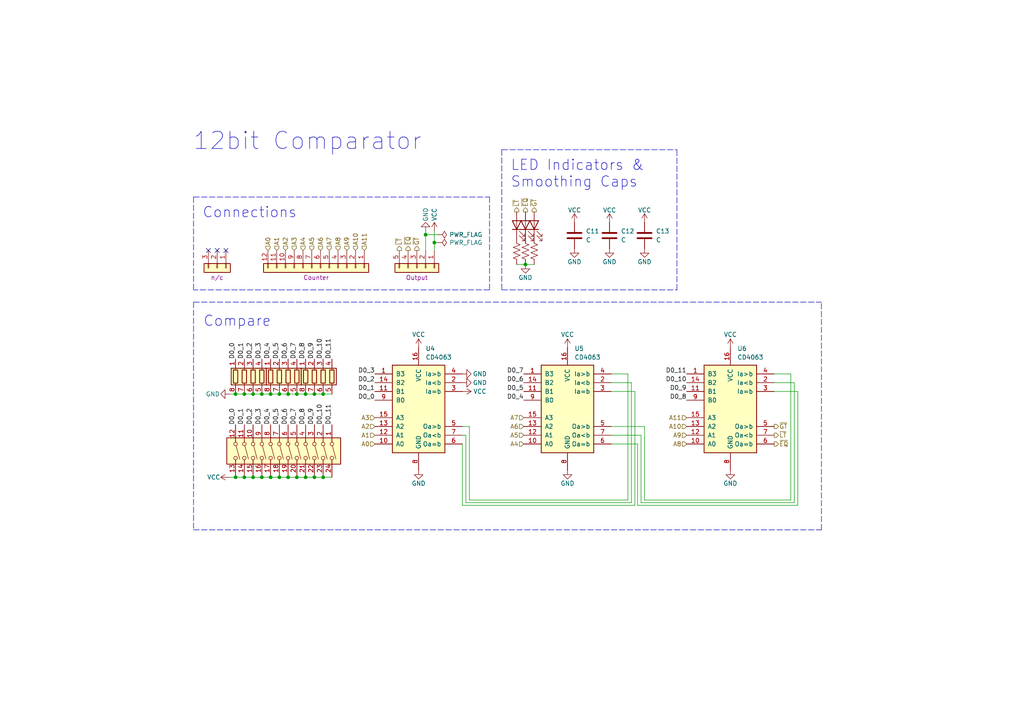
<source format=kicad_sch>
(kicad_sch (version 20211123) (generator eeschema)
  (paper "A4")
  (lib_symbols
    (symbol "74xx:74LS85" (pin_names (offset 1.016))
      (property "Reference" "U" (at -7.62 13.97 0))
      (property "Value" "74LS85" (at -7.62 -13.97 0))
      (symbol "74LS85_1_0"
        (pin input line (at -12.7 10.16 0) (length 5.08) (name "B3") (number "1"))
        (pin input line (at -12.7 -10.16 0) (length 5.08) (name "A0") (number "10"))
        (pin input line (at -12.7 5.08 0) (length 5.08) (name "B1") (number "11"))
        (pin input line (at -12.7 -7.62 0) (length 5.08) (name "A1") (number "12"))
        (pin input line (at -12.7 -5.08 0) (length 5.08) (name "A2") (number "13"))
        (pin input line (at -12.7 7.62 0) (length 5.08) (name "B2") (number "14"))
        (pin input line (at -12.7 -2.54 0) (length 5.08) (name "A3") (number "15"))
        (pin power_in line (at 0 17.78 270) (length 5.08) (name "VCC") (number "16"))
        (pin input line (at 12.7 7.62 180) (length 5.08) (name "Ia<b") (number "2"))
        (pin input line (at 12.7 5.08 180) (length 5.08) (name "Ia=b") (number "3"))
        (pin input line (at 12.7 10.16 180) (length 5.08) (name "Ia>b") (number "4"))
        (pin output line (at 12.7 -5.08 180) (length 5.08) (name "Oa>b") (number "5"))
        (pin output line (at 12.7 -10.16 180) (length 5.08) (name "Oa=b") (number "6"))
        (pin output line (at 12.7 -7.62 180) (length 5.08) (name "Oa<b") (number "7"))
        (pin power_in line (at 0 -17.78 90) (length 5.08) (name "GND") (number "8"))
        (pin input line (at -12.7 2.54 0) (length 5.08) (name "B0") (number "9"))
      )
      (symbol "74LS85_1_1"
        (rectangle (start -7.62 12.7) (end 7.62 -12.7) (stroke (width 0.254)) (fill (type background)))
      )
    )
    (symbol "Connector_Generic:Conn_01x03" (pin_names (offset 1.016) hide)
      (property "Reference" "J" (at 0 5.08 0))
      (property "Value" "Conn_01x03" (at 0 -5.08 0))
      (symbol "Conn_01x03_1_1"
        (rectangle (start -1.27 -2.413) (end 0 -2.667) (stroke (width 0.1524)))
        (rectangle (start -1.27 0.127) (end 0 -0.127) (stroke (width 0.1524)))
        (rectangle (start -1.27 2.667) (end 0 2.413) (stroke (width 0.1524)))
        (rectangle (start -1.27 3.81) (end 1.27 -3.81) (stroke (width 0.254)) (fill (type background)))
        (pin passive line (at -5.08 2.54 0) (length 3.81) (name "Pin_1") (number "1"))
        (pin passive line (at -5.08 0 0) (length 3.81) (name "Pin_2") (number "2"))
        (pin passive line (at -5.08 -2.54 0) (length 3.81) (name "Pin_3") (number "3"))
      )
    )
    (symbol "Connector_Generic:Conn_01x05" (pin_names (offset 1.016) hide)
      (property "Reference" "J" (at 0 7.62 0))
      (property "Value" "Conn_01x05" (at 0 -7.62 0))
      (symbol "Conn_01x05_1_1"
        (rectangle (start -1.27 -4.953) (end 0 -5.207) (stroke (width 0.1524)))
        (rectangle (start -1.27 -2.413) (end 0 -2.667) (stroke (width 0.1524)))
        (rectangle (start -1.27 0.127) (end 0 -0.127) (stroke (width 0.1524)))
        (rectangle (start -1.27 2.667) (end 0 2.413) (stroke (width 0.1524)))
        (rectangle (start -1.27 5.207) (end 0 4.953) (stroke (width 0.1524)))
        (rectangle (start -1.27 6.35) (end 1.27 -6.35) (stroke (width 0.254)) (fill (type background)))
        (pin passive line (at -5.08 5.08 0) (length 3.81) (name "Pin_1") (number "1"))
        (pin passive line (at -5.08 2.54 0) (length 3.81) (name "Pin_2") (number "2"))
        (pin passive line (at -5.08 0 0) (length 3.81) (name "Pin_3") (number "3"))
        (pin passive line (at -5.08 -2.54 0) (length 3.81) (name "Pin_4") (number "4"))
        (pin passive line (at -5.08 -5.08 0) (length 3.81) (name "Pin_5") (number "5"))
      )
    )
    (symbol "Connector_Generic:Conn_01x12" (pin_names (offset 1.016) hide)
      (property "Reference" "J" (at 0 15.24 0))
      (property "Value" "Conn_01x12" (at 0 -17.78 0))
      (symbol "Conn_01x12_1_1"
        (rectangle (start -1.27 -15.113) (end 0 -15.367) (stroke (width 0.1524)))
        (rectangle (start -1.27 -12.573) (end 0 -12.827) (stroke (width 0.1524)))
        (rectangle (start -1.27 -10.033) (end 0 -10.287) (stroke (width 0.1524)))
        (rectangle (start -1.27 -7.493) (end 0 -7.747) (stroke (width 0.1524)))
        (rectangle (start -1.27 -4.953) (end 0 -5.207) (stroke (width 0.1524)))
        (rectangle (start -1.27 -2.413) (end 0 -2.667) (stroke (width 0.1524)))
        (rectangle (start -1.27 0.127) (end 0 -0.127) (stroke (width 0.1524)))
        (rectangle (start -1.27 2.667) (end 0 2.413) (stroke (width 0.1524)))
        (rectangle (start -1.27 5.207) (end 0 4.953) (stroke (width 0.1524)))
        (rectangle (start -1.27 7.747) (end 0 7.493) (stroke (width 0.1524)))
        (rectangle (start -1.27 10.287) (end 0 10.033) (stroke (width 0.1524)))
        (rectangle (start -1.27 12.827) (end 0 12.573) (stroke (width 0.1524)))
        (rectangle (start -1.27 13.97) (end 1.27 -16.51) (stroke (width 0.254)) (fill (type background)))
        (pin passive line (at -5.08 12.7 0) (length 3.81) (name "Pin_1") (number "1"))
        (pin passive line (at -5.08 -10.16 0) (length 3.81) (name "Pin_10") (number "10"))
        (pin passive line (at -5.08 -12.7 0) (length 3.81) (name "Pin_11") (number "11"))
        (pin passive line (at -5.08 -15.24 0) (length 3.81) (name "Pin_12") (number "12"))
        (pin passive line (at -5.08 10.16 0) (length 3.81) (name "Pin_2") (number "2"))
        (pin passive line (at -5.08 7.62 0) (length 3.81) (name "Pin_3") (number "3"))
        (pin passive line (at -5.08 5.08 0) (length 3.81) (name "Pin_4") (number "4"))
        (pin passive line (at -5.08 2.54 0) (length 3.81) (name "Pin_5") (number "5"))
        (pin passive line (at -5.08 0 0) (length 3.81) (name "Pin_6") (number "6"))
        (pin passive line (at -5.08 -2.54 0) (length 3.81) (name "Pin_7") (number "7"))
        (pin passive line (at -5.08 -5.08 0) (length 3.81) (name "Pin_8") (number "8"))
        (pin passive line (at -5.08 -7.62 0) (length 3.81) (name "Pin_9") (number "9"))
      )
    )
    (symbol "Device:C" (pin_numbers hide) (pin_names (offset 0.254))
      (property "Reference" "C" (at 0.635 2.54 0))
      (property "Value" "C" (at 0.635 -2.54 0))
      (symbol "C_0_1"
        (polyline (pts (xy -2.032 -0.762) (xy 2.032 -0.762)) (stroke (width 0.508)))
        (polyline (pts (xy -2.032 0.762) (xy 2.032 0.762)) (stroke (width 0.508)))
      )
      (symbol "C_1_1"
        (pin passive line (at 0 3.81 270) (length 2.794) (name "~") (number "1"))
        (pin passive line (at 0 -3.81 90) (length 2.794) (name "~") (number "2"))
      )
    )
    (symbol "Device:LED" (pin_numbers hide) (pin_names (offset 1.016) hide)
      (property "Reference" "D" (at 0 2.54 0))
      (property "Value" "LED" (at 0 -2.54 0))
      (symbol "LED_0_1"
        (polyline (pts (xy -1.27 -1.27) (xy -1.27 1.27)) (stroke (width 0.254)))
        (polyline (pts (xy -1.27 0) (xy 1.27 0)))
        (polyline (pts (xy 1.27 -1.27) (xy 1.27 1.27) (xy -1.27 0) (xy 1.27 -1.27)) (stroke (width 0.254)))
        (polyline (pts (xy -3.048 -0.762) (xy -4.572 -2.286) (xy -3.81 -2.286) (xy -4.572 -2.286) (xy -4.572 -1.524)))
        (polyline (pts (xy -1.778 -0.762) (xy -3.302 -2.286) (xy -2.54 -2.286) (xy -3.302 -2.286) (xy -3.302 -1.524)))
      )
      (symbol "LED_1_1"
        (pin passive line (at -3.81 0 0) (length 2.54) (name "K") (number "1"))
        (pin passive line (at 3.81 0 180) (length 2.54) (name "A") (number "2"))
      )
    )
    (symbol "Device:R_Pack04" (pin_names (offset 0) hide)
      (property "Reference" "RN" (at -7.62 0 90))
      (property "Value" "R_Pack04" (at 5.08 0 90))
      (symbol "R_Pack04_0_1"
        (rectangle (start -6.35 -2.413) (end 3.81 2.413) (stroke (width 0.254)) (fill (type background)))
        (rectangle (start -5.715 1.905) (end -4.445 -1.905) (stroke (width 0.254)))
        (rectangle (start -3.175 1.905) (end -1.905 -1.905) (stroke (width 0.254)))
        (rectangle (start -0.635 1.905) (end 0.635 -1.905) (stroke (width 0.254)))
        (polyline (pts (xy -5.08 -2.54) (xy -5.08 -1.905)))
        (polyline (pts (xy -5.08 1.905) (xy -5.08 2.54)))
        (polyline (pts (xy -2.54 -2.54) (xy -2.54 -1.905)))
        (polyline (pts (xy -2.54 1.905) (xy -2.54 2.54)))
        (polyline (pts (xy 0 -2.54) (xy 0 -1.905)))
        (polyline (pts (xy 0 1.905) (xy 0 2.54)))
        (polyline (pts (xy 2.54 -2.54) (xy 2.54 -1.905)))
        (polyline (pts (xy 2.54 1.905) (xy 2.54 2.54)))
        (rectangle (start 1.905 1.905) (end 3.175 -1.905) (stroke (width 0.254)))
      )
      (symbol "R_Pack04_1_1"
        (pin passive line (at -5.08 -5.08 90) (length 2.54) (name "R1.1") (number "1"))
        (pin passive line (at -2.54 -5.08 90) (length 2.54) (name "R2.1") (number "2"))
        (pin passive line (at 0 -5.08 90) (length 2.54) (name "R3.1") (number "3"))
        (pin passive line (at 2.54 -5.08 90) (length 2.54) (name "R4.1") (number "4"))
        (pin passive line (at 2.54 5.08 270) (length 2.54) (name "R4.2") (number "5"))
        (pin passive line (at 0 5.08 270) (length 2.54) (name "R3.2") (number "6"))
        (pin passive line (at -2.54 5.08 270) (length 2.54) (name "R2.2") (number "7"))
        (pin passive line (at -5.08 5.08 270) (length 2.54) (name "R1.2") (number "8"))
      )
    )
    (symbol "Device:R_US" (pin_numbers hide) (pin_names (offset 0))
      (property "Reference" "R" (at 2.54 0 90))
      (property "Value" "R_US" (at -2.54 0 90))
      (symbol "R_US_0_1"
        (polyline (pts (xy 0 -2.286) (xy 0 -2.54)))
        (polyline (pts (xy 0 2.286) (xy 0 2.54)))
        (polyline (pts (xy 0 -0.762) (xy 1.016 -1.143) (xy 0 -1.524) (xy -1.016 -1.905) (xy 0 -2.286)))
        (polyline (pts (xy 0 0.762) (xy 1.016 0.381) (xy 0 0) (xy -1.016 -0.381) (xy 0 -0.762)))
        (polyline (pts (xy 0 2.286) (xy 1.016 1.905) (xy 0 1.524) (xy -1.016 1.143) (xy 0 0.762)))
      )
      (symbol "R_US_1_1"
        (pin passive line (at 0 3.81 270) (length 1.27) (name "~") (number "1"))
        (pin passive line (at 0 -3.81 90) (length 1.27) (name "~") (number "2"))
      )
    )
    (symbol "Switch:SW_DIP_x12" (pin_names (offset 0) hide)
      (property "Reference" "SW" (at 0 19.05 0))
      (property "Value" "SW_DIP_x12" (at 0 -16.51 0))
      (symbol "SW_DIP_x12_0_0"
        (circle (center -2.032 -12.7) (radius 0.508))
        (circle (center -2.032 -10.16) (radius 0.508))
        (circle (center -2.032 -7.62) (radius 0.508))
        (circle (center -2.032 -5.08) (radius 0.508))
        (circle (center -2.032 -2.54) (radius 0.508))
        (circle (center -2.032 0) (radius 0.508))
        (circle (center -2.032 2.54) (radius 0.508))
        (circle (center -2.032 5.08) (radius 0.508))
        (circle (center -2.032 7.62) (radius 0.508))
        (circle (center -2.032 10.16) (radius 0.508))
        (circle (center -2.032 12.7) (radius 0.508))
        (circle (center -2.032 15.24) (radius 0.508))
        (polyline (pts (xy -1.524 -12.5476) (xy 2.3622 -11.5062)))
        (polyline (pts (xy -1.524 -10.0076) (xy 2.3622 -8.9662)))
        (polyline (pts (xy -1.524 -7.4676) (xy 2.3622 -6.4262)))
        (polyline (pts (xy -1.524 -4.9276) (xy 2.3622 -3.8862)))
        (polyline (pts (xy -1.524 -2.3876) (xy 2.3622 -1.3462)))
        (polyline (pts (xy -1.524 0.127) (xy 2.3622 1.1684)))
        (polyline (pts (xy -1.524 2.667) (xy 2.3622 3.7084)))
        (polyline (pts (xy -1.524 5.207) (xy 2.3622 6.2484)))
        (polyline (pts (xy -1.524 7.747) (xy 2.3622 8.7884)))
        (polyline (pts (xy -1.524 10.287) (xy 2.3622 11.3284)))
        (polyline (pts (xy -1.524 12.827) (xy 2.3622 13.8684)))
        (polyline (pts (xy -1.524 15.367) (xy 2.3622 16.4084)))
        (circle (center 2.032 -12.7) (radius 0.508))
        (circle (center 2.032 -10.16) (radius 0.508))
        (circle (center 2.032 -7.62) (radius 0.508))
        (circle (center 2.032 -5.08) (radius 0.508))
        (circle (center 2.032 -2.54) (radius 0.508))
        (circle (center 2.032 0) (radius 0.508))
        (circle (center 2.032 2.54) (radius 0.508))
        (circle (center 2.032 5.08) (radius 0.508))
        (circle (center 2.032 7.62) (radius 0.508))
        (circle (center 2.032 10.16) (radius 0.508))
        (circle (center 2.032 12.7) (radius 0.508))
        (circle (center 2.032 15.24) (radius 0.508))
      )
      (symbol "SW_DIP_x12_0_1"
        (rectangle (start -3.81 17.78) (end 3.81 -15.24) (stroke (width 0.254)) (fill (type background)))
      )
      (symbol "SW_DIP_x12_1_1"
        (pin passive line (at -7.62 15.24 0) (length 5.08) (name "~") (number "1"))
        (pin passive line (at -7.62 -7.62 0) (length 5.08) (name "~") (number "10"))
        (pin passive line (at -7.62 -10.16 0) (length 5.08) (name "~") (number "11"))
        (pin passive line (at -7.62 -12.7 0) (length 5.08) (name "~") (number "12"))
        (pin passive line (at 7.62 -12.7 180) (length 5.08) (name "~") (number "13"))
        (pin passive line (at 7.62 -10.16 180) (length 5.08) (name "~") (number "14"))
        (pin passive line (at 7.62 -7.62 180) (length 5.08) (name "~") (number "15"))
        (pin passive line (at 7.62 -5.08 180) (length 5.08) (name "~") (number "16"))
        (pin passive line (at 7.62 -2.54 180) (length 5.08) (name "~") (number "17"))
        (pin passive line (at 7.62 0 180) (length 5.08) (name "~") (number "18"))
        (pin passive line (at 7.62 2.54 180) (length 5.08) (name "~") (number "19"))
        (pin passive line (at -7.62 12.7 0) (length 5.08) (name "~") (number "2"))
        (pin passive line (at 7.62 5.08 180) (length 5.08) (name "~") (number "20"))
        (pin passive line (at 7.62 7.62 180) (length 5.08) (name "~") (number "21"))
        (pin passive line (at 7.62 10.16 180) (length 5.08) (name "~") (number "22"))
        (pin passive line (at 7.62 12.7 180) (length 5.08) (name "~") (number "23"))
        (pin passive line (at 7.62 15.24 180) (length 5.08) (name "~") (number "24"))
        (pin passive line (at -7.62 10.16 0) (length 5.08) (name "~") (number "3"))
        (pin passive line (at -7.62 7.62 0) (length 5.08) (name "~") (number "4"))
        (pin passive line (at -7.62 5.08 0) (length 5.08) (name "~") (number "5"))
        (pin passive line (at -7.62 2.54 0) (length 5.08) (name "~") (number "6"))
        (pin passive line (at -7.62 0 0) (length 5.08) (name "~") (number "7"))
        (pin passive line (at -7.62 -2.54 0) (length 5.08) (name "~") (number "8"))
        (pin passive line (at -7.62 -5.08 0) (length 5.08) (name "~") (number "9"))
      )
    )
    (symbol "power:GND" (power) (pin_names (offset 0))
      (property "Value" "GND" (at 0 -3.81 0))
      (symbol "GND_0_1"
        (polyline (pts (xy 0 0) (xy 0 -1.27) (xy 1.27 -1.27) (xy 0 -2.54) (xy -1.27 -1.27) (xy 0 -1.27)))
      )
      (symbol "GND_1_1"
        (pin power_in line (at 0 0 270) (length 0) hide (name "GND") (number "1"))
      )
    )
    (symbol "power:PWR_FLAG" (power) (pin_numbers hide) (pin_names (offset 0) hide)
      (property "Value" "PWR_FLAG" (at 0 3.81 0))
      (symbol "PWR_FLAG_0_0"
        (pin power_out line (at 0 0 90) (length 0) (name "pwr") (number "1"))
      )
      (symbol "PWR_FLAG_0_1"
        (polyline (pts (xy 0 0) (xy 0 1.27) (xy -1.016 1.905) (xy 0 2.54) (xy 1.016 1.905) (xy 0 1.27)))
      )
    )
    (symbol "power:VCC" (power) (pin_names (offset 0))
      (property "Value" "VCC" (at 0 3.81 0))
      (symbol "VCC_0_1"
        (polyline (pts (xy -0.762 1.27) (xy 0 2.54)))
        (polyline (pts (xy 0 0) (xy 0 2.54)))
        (polyline (pts (xy 0 2.54) (xy 0.762 1.27)))
      )
      (symbol "VCC_1_1"
        (pin power_in line (at 0 0 90) (length 0) hide (name "VCC") (number "1"))
      )
    )
  )
  (junction (at 123.444 68.072))
  (junction (at 81.026 114.3))
  (junction (at 83.566 138.43))
  (junction (at 78.486 114.3))
  (junction (at 78.486 138.43))
  (junction (at 152.4 76.708))
  (junction (at 86.106 138.43))
  (junction (at 73.406 138.43))
  (junction (at 70.866 114.3))
  (junction (at 91.186 114.3))
  (junction (at 88.646 114.3))
  (junction (at 75.946 114.3))
  (junction (at 83.566 114.3))
  (junction (at 93.726 114.3))
  (junction (at 81.026 138.43))
  (junction (at 70.866 138.43))
  (junction (at 125.984 70.358))
  (junction (at 73.406 114.3))
  (junction (at 68.326 114.3))
  (junction (at 93.726 138.43))
  (junction (at 88.646 138.43))
  (junction (at 91.186 138.43))
  (junction (at 68.326 138.43))
  (junction (at 75.946 138.43))
  (junction (at 86.106 114.3))
  (no_connect (at 62.992 72.644))
  (no_connect (at 65.532 72.644))
  (no_connect (at 60.452 72.644))
  (polyline (pts (xy 141.986 57.15) (xy 141.986 84.074)))
  (wire (pts (xy 88.646 138.43) (xy 91.186 138.43)))
  (wire (pts (xy 149.86 76.708) (xy 152.4 76.708)))
  (wire (pts (xy 91.186 138.43) (xy 93.726 138.43)))
  (wire (pts (xy 125.984 70.358) (xy 125.984 72.644)))
  (wire (pts (xy 134.112 128.778) (xy 134.112 146.558)))
  (wire (pts (xy 134.112 146.558) (xy 184.15 146.558)))
  (wire (pts (xy 186.944 123.698) (xy 186.944 145.034)))
  (wire (pts (xy 78.486 138.43) (xy 81.026 138.43)))
  (wire (pts (xy 123.444 67.056) (xy 123.444 68.072)))
  (wire (pts (xy 68.326 138.43) (xy 70.866 138.43)))
  (wire (pts (xy 66.548 138.43) (xy 68.326 138.43)))
  (polyline (pts (xy 238.252 153.67) (xy 238.252 87.63)))
  (wire (pts (xy 123.444 68.072) (xy 127 68.072)))
  (wire (pts (xy 231.394 146.558) (xy 231.394 113.538)))
  (wire (pts (xy 136.144 123.698) (xy 136.144 145.034)))
  (wire (pts (xy 182.118 108.458) (xy 177.292 108.458)))
  (polyline (pts (xy 196.342 84.074) (xy 196.342 43.434)))
  (wire (pts (xy 184.15 146.558) (xy 184.15 113.538)))
  (polyline (pts (xy 56.134 57.15) (xy 141.986 57.15)))
  (wire (pts (xy 136.144 145.034) (xy 182.118 145.034)))
  (wire (pts (xy 93.726 114.3) (xy 96.266 114.3)))
  (wire (pts (xy 66.548 114.3) (xy 68.326 114.3)))
  (wire (pts (xy 134.112 123.698) (xy 136.144 123.698)))
  (wire (pts (xy 231.394 113.538) (xy 224.536 113.538)))
  (wire (pts (xy 75.946 114.3) (xy 78.486 114.3)))
  (wire (pts (xy 224.536 110.998) (xy 230.378 110.998)))
  (wire (pts (xy 75.946 138.43) (xy 78.486 138.43)))
  (wire (pts (xy 182.118 145.034) (xy 182.118 108.458)))
  (wire (pts (xy 152.4 76.708) (xy 154.94 76.708)))
  (polyline (pts (xy 145.542 43.434) (xy 196.342 43.434)))
  (wire (pts (xy 135.128 145.796) (xy 135.128 126.238)))
  (wire (pts (xy 86.106 138.43) (xy 88.646 138.43)))
  (wire (pts (xy 184.912 128.778) (xy 184.912 146.558)))
  (wire (pts (xy 185.928 145.796) (xy 185.928 126.238)))
  (wire (pts (xy 177.292 128.778) (xy 184.912 128.778)))
  (wire (pts (xy 70.866 114.3) (xy 73.406 114.3)))
  (wire (pts (xy 230.378 145.796) (xy 185.928 145.796)))
  (wire (pts (xy 73.406 138.43) (xy 75.946 138.43)))
  (wire (pts (xy 184.15 113.538) (xy 177.292 113.538)))
  (wire (pts (xy 78.486 114.3) (xy 81.026 114.3)))
  (wire (pts (xy 229.362 145.034) (xy 229.362 108.458)))
  (wire (pts (xy 229.362 108.458) (xy 224.536 108.458)))
  (polyline (pts (xy 145.542 43.434) (xy 145.542 84.074)))
  (wire (pts (xy 73.406 114.3) (xy 75.946 114.3)))
  (wire (pts (xy 86.106 114.3) (xy 88.646 114.3)))
  (wire (pts (xy 70.866 138.43) (xy 73.406 138.43)))
  (wire (pts (xy 125.984 70.358) (xy 127 70.358)))
  (polyline (pts (xy 56.134 153.67) (xy 238.252 153.67)))
  (wire (pts (xy 81.026 114.3) (xy 83.566 114.3)))
  (wire (pts (xy 125.984 67.056) (xy 125.984 70.358)))
  (wire (pts (xy 177.292 123.698) (xy 186.944 123.698)))
  (wire (pts (xy 183.134 110.998) (xy 183.134 145.796)))
  (wire (pts (xy 81.026 138.43) (xy 83.566 138.43)))
  (wire (pts (xy 91.186 114.3) (xy 93.726 114.3)))
  (wire (pts (xy 83.566 138.43) (xy 86.106 138.43)))
  (wire (pts (xy 184.912 146.558) (xy 231.394 146.558)))
  (wire (pts (xy 83.566 114.3) (xy 86.106 114.3)))
  (wire (pts (xy 177.292 126.238) (xy 185.928 126.238)))
  (wire (pts (xy 68.326 114.3) (xy 70.866 114.3)))
  (polyline (pts (xy 141.986 84.074) (xy 56.134 84.074)))
  (wire (pts (xy 230.378 110.998) (xy 230.378 145.796)))
  (polyline (pts (xy 145.542 84.074) (xy 196.342 84.074)))
  (wire (pts (xy 88.646 114.3) (xy 91.186 114.3)))
  (wire (pts (xy 123.444 68.072) (xy 123.444 72.644)))
  (wire (pts (xy 93.726 138.43) (xy 96.266 138.43)))
  (wire (pts (xy 186.944 145.034) (xy 229.362 145.034)))
  (wire (pts (xy 135.128 145.796) (xy 183.134 145.796)))
  (wire (pts (xy 135.128 126.238) (xy 134.112 126.238)))
  (polyline (pts (xy 56.134 87.63) (xy 238.252 87.63)))
  (polyline (pts (xy 56.134 57.15) (xy 56.134 84.074)))
  (polyline (pts (xy 56.134 87.63) (xy 56.134 153.67)))
  (wire (pts (xy 177.292 110.998) (xy 183.134 110.998)))
  (text "Connections" (at 58.674 63.5 0) (effects (font (size 3 3)) (justify left bottom)))
  (text "LED Indicators &\nSmoothing Caps" (at 148.082 54.61 0) (effects (font (size 3 3)) (justify left bottom)))
  (text "12bit Comparator" (at 55.88 43.942 0) (effects (font (size 5 5)) (justify left bottom)))
  (text "Compare" (at 58.928 94.996 0) (effects (font (size 3 3)) (justify left bottom)))
  (label "D0_1" (at 70.866 123.19 90))
  (label "D0_9" (at 199.136 113.538 180))
  (label "D0_10" (at 93.726 123.19 90))
  (label "D0_5" (at 151.892 113.538 180))
  (label "D0_8" (at 88.646 104.14 90))
  (label "D0_11" (at 96.266 104.14 90))
  (label "D0_3" (at 75.946 104.14 90))
  (label "D0_9" (at 91.186 104.14 90))
  (label "D0_10" (at 93.726 104.14 90))
  (label "D0_6" (at 83.566 123.19 90))
  (label "D0_1" (at 108.712 113.538 180))
  (label "D0_9" (at 91.186 123.19 90))
  (label "D0_2" (at 73.406 123.19 90))
  (label "D0_6" (at 151.892 110.998 180))
  (label "D0_7" (at 86.106 104.14 90))
  (label "D0_8" (at 199.136 116.078 180))
  (label "D0_5" (at 81.026 123.19 90))
  (label "D0_0" (at 68.326 104.14 90))
  (label "D0_3" (at 75.946 123.19 90))
  (label "D0_6" (at 83.566 104.14 90))
  (label "D0_7" (at 86.106 123.19 90))
  (label "D0_10" (at 199.136 110.998 180))
  (label "D0_4" (at 78.486 104.14 90))
  (label "D0_0" (at 108.712 116.078 180))
  (label "D0_8" (at 88.646 123.19 90))
  (label "D0_2" (at 108.712 110.998 180))
  (label "D0_4" (at 78.486 123.19 90))
  (label "D0_1" (at 70.866 104.14 90))
  (label "D0_11" (at 96.266 123.19 90))
  (label "D0_7" (at 151.892 108.458 180))
  (label "D0_0" (at 68.326 123.19 90))
  (label "D0_4" (at 151.892 116.078 180))
  (label "D0_2" (at 73.406 104.14 90))
  (label "D0_11" (at 199.136 108.458 180))
  (label "D0_3" (at 108.712 108.458 180))
  (label "D0_5" (at 81.026 104.14 90))
  (hierarchical_label "A0" (shape input) (at 108.712 128.778 180))
  (hierarchical_label "A5" (shape input) (at 90.424 72.644 90))
  (hierarchical_label "A6" (shape input) (at 92.964 72.644 90))
  (hierarchical_label "A3" (shape input) (at 108.712 121.158 180))
  (hierarchical_label "A8" (shape input) (at 199.136 128.778 180))
  (hierarchical_label "A2" (shape input) (at 82.804 72.644 90))
  (hierarchical_label "A10" (shape input) (at 103.124 72.644 90))
  (hierarchical_label "A7" (shape input) (at 151.892 121.158 180))
  (hierarchical_label "A6" (shape input) (at 151.892 123.698 180))
  (hierarchical_label "A5" (shape input) (at 151.892 126.238 180))
  (hierarchical_label "~{LT}" (shape output) (at 115.824 72.644 90))
  (hierarchical_label "A3" (shape input) (at 85.344 72.644 90))
  (hierarchical_label "A10" (shape input) (at 199.136 123.698 180))
  (hierarchical_label "A0" (shape input) (at 77.724 72.644 90))
  (hierarchical_label "A8" (shape input) (at 98.044 72.644 90))
  (hierarchical_label "~{EQ}" (shape output) (at 224.536 128.778 0))
  (hierarchical_label "~{EQ}" (shape output) (at 118.364 72.644 90))
  (hierarchical_label "A9" (shape input) (at 199.136 126.238 180))
  (hierarchical_label "~{EQ}" (shape output) (at 152.4 61.468 90))
  (hierarchical_label "A1" (shape input) (at 108.712 126.238 180))
  (hierarchical_label "~{GT}" (shape output) (at 154.94 61.468 90))
  (hierarchical_label "~{GT}" (shape output) (at 120.904 72.644 90))
  (hierarchical_label "A2" (shape input) (at 108.712 123.698 180))
  (hierarchical_label "A4" (shape input) (at 151.892 128.778 180))
  (hierarchical_label "~{LT}" (shape output) (at 224.536 126.238 0))
  (hierarchical_label "A1" (shape input) (at 80.264 72.644 90))
  (hierarchical_label "~{GT}" (shape output) (at 224.536 123.698 0))
  (hierarchical_label "~{LT}" (shape output) (at 149.86 61.468 90))
  (hierarchical_label "A11" (shape input) (at 105.664 72.644 90))
  (hierarchical_label "A9" (shape input) (at 100.584 72.644 90))
  (hierarchical_label "A7" (shape input) (at 95.504 72.644 90))
  (hierarchical_label "A11" (shape input) (at 199.136 121.158 180))
  (hierarchical_label "A4" (shape input) (at 87.884 72.644 90))
  (symbol (lib_id "power:VCC") (at 66.548 138.43 90) (unit 1)
    (property "Reference" "#PWR041" (effects hide))
    (property "Value" "VCC" (at 61.976 138.43 90))
  )
  (symbol (lib_id "74xx:74LS85") (at 121.412 118.618 0) (unit 1)
    (property "Reference" "U4" (at 123.4314 101.092 0) (effects (justify left)))
    (property "Value" "CD4063" (at 123.4314 103.632 0) (effects (justify left)))
    (property "Footprint" "Package_SO:SOIC-16_4.55x10.3mm_P1.27mm" (effects hide))
    (property "Datasheet" "http://www.ti.com/lit/gpn/sn74LS85" (effects hide))
  )
  (symbol (lib_id "Device:R_US") (at 149.86 72.898 0) (unit 1)
    (property "Reference" "R4" (effects hide))
    (property "Value" "R_US" (effects hide))
    (property "Footprint" "Resistor_SMD:R_0805_2012Metric" (effects hide))
  )
  (symbol (lib_id "power:GND") (at 186.944 72.136 0) (unit 1)
    (property "Reference" "#PWR056" (effects hide))
    (property "Value" "GND" (at 186.944 75.946 0))
  )
  (symbol (lib_id "Device:R_US") (at 154.94 72.898 0) (unit 1)
    (property "Reference" "R6" (effects hide))
    (property "Value" "R_US" (effects hide))
    (property "Footprint" "Resistor_SMD:R_0805_2012Metric" (effects hide))
  )
  (symbol (lib_id "power:PWR_FLAG") (at 127 70.358 270) (unit 1)
    (property "Reference" "#FLG06" (effects hide))
    (property "Value" "PWR_FLAG" (at 130.302 70.3579 90) (effects (justify left)))
  )
  (symbol (lib_id "Device:R_US") (at 152.4 72.898 0) (unit 1)
    (property "Reference" "R5" (effects hide))
    (property "Value" "R_US" (effects hide))
    (property "Footprint" "Resistor_SMD:R_0805_2012Metric" (effects hide))
  )
  (symbol (lib_id "power:GND") (at 121.412 136.398 0) (unit 1)
    (property "Reference" "#PWR047" (effects hide))
    (property "Value" "GND" (at 121.412 140.208 0))
  )
  (symbol (lib_id "Switch:SW_DIP_x12") (at 81.026 130.81 270) (unit 1)
    (property "Reference" "SW2" (effects hide))
    (property "Value" "SW_DIP_x12" (effects hide))
    (property "Footprint" "Button_Switch_THT:SW_DIP_SPSTx12_Slide_9.78x32.66mm_W7.62mm_P2.54mm" (effects hide))
  )
  (symbol (lib_id "power:VCC") (at 121.412 100.838 0) (unit 1)
    (property "Reference" "#PWR046" (effects hide))
    (property "Value" "VCC" (at 121.412 97.028 0))
  )
  (symbol (lib_id "Device:LED") (at 149.86 65.278 90) (unit 1)
    (property "Reference" "D4" (effects hide))
    (property "Value" "LED" (effects hide))
    (property "Footprint" "LED_SMD:LED_0805_2012Metric" (effects hide))
  )
  (symbol (lib_id "power:GND") (at 134.112 110.998 90) (unit 1)
    (property "Reference" "#PWR049" (effects hide))
    (property "Value" "GND" (at 139.192 110.998 90))
  )
  (symbol (lib_id "power:VCC") (at 176.784 64.516 0) (unit 1)
    (property "Reference" "#PWR051" (effects hide))
    (property "Value" "VCC" (at 176.784 60.96 0))
  )
  (symbol (lib_id "Device:C") (at 176.784 68.326 0) (unit 1)
    (property "Reference" "C12" (at 180.086 67.0559 0) (effects (justify left)))
    (property "Value" "C" (at 180.086 69.5959 0) (effects (justify left)))
    (property "Footprint" "Capacitor_SMD:C_0805_2012Metric" (effects hide))
  )
  (symbol (lib_id "power:GND") (at 176.784 72.136 0) (unit 1)
    (property "Reference" "#PWR052" (effects hide))
    (property "Value" "GND" (at 176.784 75.946 0))
  )
  (symbol (lib_id "power:VCC") (at 166.624 64.516 0) (unit 1)
    (property "Reference" "#PWR044" (effects hide))
    (property "Value" "VCC" (at 166.624 60.96 0))
  )
  (symbol (lib_id "power:VCC") (at 164.592 100.838 0) (unit 1)
    (property "Reference" "#PWR053" (effects hide))
    (property "Value" "VCC" (at 164.592 97.028 0))
  )
  (symbol (lib_id "power:GND") (at 66.548 114.3 270) (unit 1)
    (property "Reference" "#PWR040" (effects hide))
    (property "Value" "GND" (at 61.722 114.3 90))
  )
  (symbol (lib_id "Device:LED") (at 152.4 65.278 90) (unit 1)
    (property "Reference" "D5" (effects hide))
    (property "Value" "LED" (effects hide))
    (property "Footprint" "LED_SMD:LED_0805_2012Metric" (effects hide))
  )
  (symbol (lib_id "74xx:74LS85") (at 164.592 118.618 0) (unit 1)
    (property "Reference" "U5" (at 166.6114 101.092 0) (effects (justify left)))
    (property "Value" "CD4063" (at 166.6114 103.632 0) (effects (justify left)))
    (property "Footprint" "Package_SO:SOIC-16_4.55x10.3mm_P1.27mm" (effects hide))
    (property "Datasheet" "http://www.ti.com/lit/gpn/sn74LS85" (effects hide))
  )
  (symbol (lib_id "power:GND") (at 152.4 76.708 0) (unit 1)
    (property "Reference" "#PWR0189" (effects hide))
    (property "Value" "GND" (at 152.4 80.518 0))
  )
  (symbol (lib_id "Device:R_Pack04") (at 73.406 109.22 0) (mirror x) (unit 1)
    (property "Reference" "RN4" (effects hide))
    (property "Value" "R_Pack04" (effects hide))
    (property "Footprint" "Resistor_SMD:R_Array_Convex_4x0603" (effects hide))
  )
  (symbol (lib_id "Device:LED") (at 154.94 65.278 90) (unit 1)
    (property "Reference" "D6" (effects hide))
    (property "Value" "LED" (effects hide))
    (property "Footprint" "LED_SMD:LED_0805_2012Metric" (effects hide))
  )
  (symbol (lib_id "power:VCC") (at 134.112 113.538 270) (unit 1)
    (property "Reference" "#PWR050" (effects hide))
    (property "Value" "VCC" (at 139.192 113.538 90))
  )
  (symbol (lib_id "Device:R_Pack04") (at 93.726 109.22 0) (mirror x) (unit 1)
    (property "Reference" "RN6" (effects hide))
    (property "Value" "R_Pack04" (effects hide))
    (property "Footprint" "Resistor_SMD:R_Array_Convex_4x0603" (effects hide))
  )
  (symbol (lib_id "Connector_Generic:Conn_01x03") (at 62.992 77.724 270) (unit 1)
    (property "Reference" "J29" (effects hide))
    (property "Value" "Conn_01x03" (effects hide))
    (property "Footprint" "Connector_PinHeader_2.54mm:PinHeader_1x03_P2.54mm_Vertical" (effects hide))
    (property "Field4" "n/c" (at 62.992 80.518 90))
  )
  (symbol (lib_id "Device:C") (at 186.944 68.326 0) (unit 1)
    (property "Reference" "C13" (at 190.246 67.0559 0) (effects (justify left)))
    (property "Value" "C" (at 190.246 69.5959 0) (effects (justify left)))
    (property "Footprint" "Capacitor_SMD:C_0805_2012Metric" (effects hide))
  )
  (symbol (lib_id "Connector_Generic:Conn_01x12") (at 92.964 77.724 270) (unit 1)
    (property "Reference" "J7" (effects hide))
    (property "Value" "Conn_01x12" (effects hide))
    (property "Footprint" "Connector_PinHeader_2.54mm:PinHeader_1x12_P2.54mm_Vertical" (effects hide))
    (property "Field4" "Counter" (at 91.694 80.518 90))
  )
  (symbol (lib_id "power:VCC") (at 186.944 64.516 0) (unit 1)
    (property "Reference" "#PWR055" (effects hide))
    (property "Value" "VCC" (at 186.944 60.96 0))
  )
  (symbol (lib_id "Device:C") (at 166.624 68.326 0) (unit 1)
    (property "Reference" "C11" (at 169.926 67.0559 0) (effects (justify left)))
    (property "Value" "C" (at 169.926 69.5959 0) (effects (justify left)))
    (property "Footprint" "Capacitor_SMD:C_0805_2012Metric" (effects hide))
  )
  (symbol (lib_id "power:GND") (at 134.112 108.458 90) (unit 1)
    (property "Reference" "#PWR048" (effects hide))
    (property "Value" "GND" (at 139.192 108.458 90))
  )
  (symbol (lib_id "power:VCC") (at 211.836 100.838 0) (unit 1)
    (property "Reference" "#PWR057" (effects hide))
    (property "Value" "VCC" (at 211.836 97.028 0))
  )
  (symbol (lib_id "power:VCC") (at 125.984 67.056 0) (unit 1)
    (property "Reference" "#PWR043" (effects hide))
    (property "Value" "VCC" (at 125.984 62.23 90))
  )
  (symbol (lib_id "power:GND") (at 166.624 72.136 0) (unit 1)
    (property "Reference" "#PWR045" (effects hide))
    (property "Value" "GND" (at 166.624 75.946 0))
  )
  (symbol (lib_id "power:PWR_FLAG") (at 127 68.072 270) (unit 1)
    (property "Reference" "#FLG05" (effects hide))
    (property "Value" "PWR_FLAG" (at 130.302 68.0719 90) (effects (justify left)))
  )
  (symbol (lib_id "74xx:74LS85") (at 211.836 118.618 0) (unit 1)
    (property "Reference" "U6" (at 213.8554 101.092 0) (effects (justify left)))
    (property "Value" "CD4063" (at 213.8554 103.632 0) (effects (justify left)))
    (property "Footprint" "Package_SO:SOIC-16_4.55x10.3mm_P1.27mm" (effects hide))
    (property "Datasheet" "http://www.ti.com/lit/gpn/sn74LS85" (effects hide))
  )
  (symbol (lib_id "power:GND") (at 164.592 136.398 0) (unit 1)
    (property "Reference" "#PWR054" (effects hide))
    (property "Value" "GND" (at 164.592 140.208 0))
  )
  (symbol (lib_id "Connector_Generic:Conn_01x05") (at 120.904 77.724 270) (unit 1)
    (property "Reference" "J8" (effects hide))
    (property "Value" "Conn_01x05" (effects hide))
    (property "Footprint" "Connector_PinHeader_2.54mm:PinHeader_1x05_P2.54mm_Vertical" (effects hide))
    (property "Field4" "Output" (at 120.904 80.518 90))
  )
  (symbol (lib_id "power:GND") (at 211.836 136.398 0) (unit 1)
    (property "Reference" "#PWR058" (effects hide))
    (property "Value" "GND" (at 211.836 140.208 0))
  )
  (symbol (lib_id "power:GND") (at 123.444 67.056 180) (unit 1)
    (property "Reference" "#PWR042" (effects hide))
    (property "Value" "GND" (at 123.444 62.23 90))
  )
  (symbol (lib_id "Device:R_Pack04") (at 83.566 109.22 0) (mirror x) (unit 1)
    (property "Reference" "RN5" (effects hide))
    (property "Value" "R_Pack04" (effects hide))
    (property "Footprint" "Resistor_SMD:R_Array_Convex_4x0603" (effects hide))
  )
)
</source>
